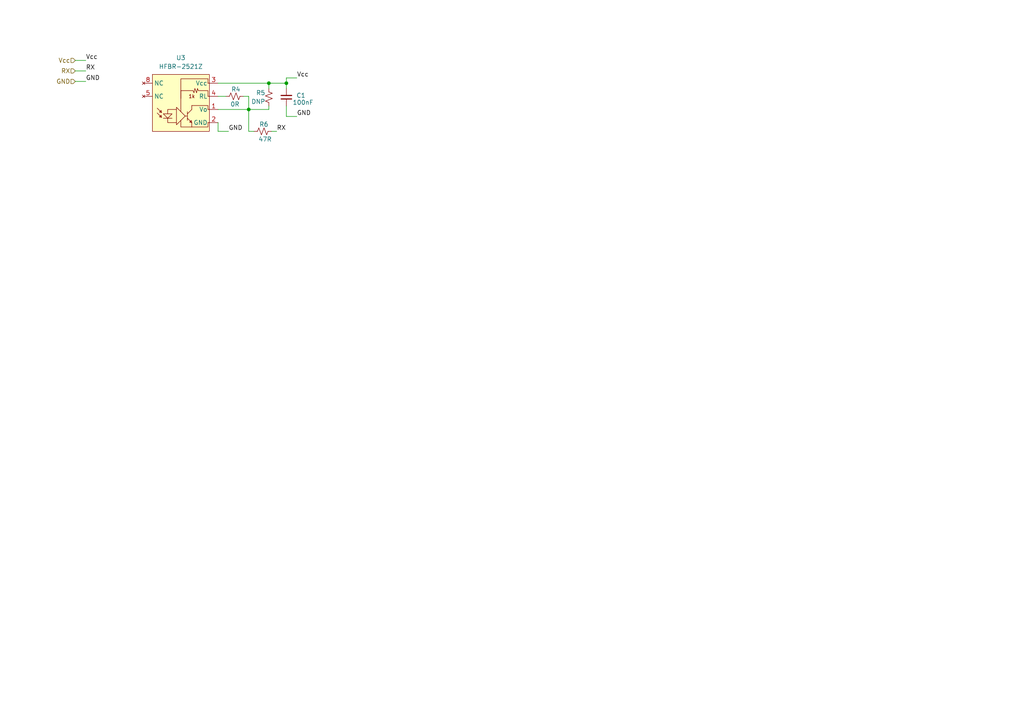
<source format=kicad_sch>
(kicad_sch (version 20211123) (generator eeschema)
  (paper "A4")
  (lib_symbols
    (symbol "CL_Fiber_Optic:HFBR-2521Z"
      (property "Reference" "U" (at -10.16 -10.16 0))
      (property "Value" "HFBR-2521Z" (at -5.08 8.89 0))
      (symbol "HFBR-2521Z_0_0"
        (rectangle (start -11.43 7.62) (end 5.08 -8.89) (fill (type background)))
        (polyline (pts (xy 0 -2.54) (xy 0 -1.397)))
        (polyline (pts (xy 4.699 -6.35) (xy 5.08 -6.35)))
        (polyline (pts (xy 4.699 -2.54) (xy 5.08 -2.54)))
        (polyline (pts (xy 4.699 1.27) (xy 5.08 1.27)))
        (polyline (pts (xy 4.699 5.08) (xy 4.699 6.35)))
        (polyline (pts (xy 4.699 5.08) (xy 5.08 5.08)))
        (text "1k" (at 0 1.27 0) (effects (font (size 1 1))))
      )
      (symbol "HFBR-2521Z_0_1"
        (polyline (pts (xy -10.033 -3.556) (xy -8.763 -4.826)))
        (polyline (pts (xy -10.033 -2.159) (xy -8.763 -3.429)))
        (polyline (pts (xy -8.255 -5.08) (xy -5.715 -5.08)))
        (polyline (pts (xy -1.27 -5.08) (xy 0 -6.35)))
        (polyline (pts (xy -1.27 -3.81) (xy 0 -2.54)))
        (polyline (pts (xy -6.985 -5.08) (xy -6.985 -6.35) (xy -4.445 -6.35)))
        (polyline (pts (xy -6.985 -3.81) (xy -6.985 -2.54) (xy -4.445 -2.54)))
        (polyline (pts (xy 4.699 -6.35) (xy 4.699 -7.62) (xy 0 -7.62)))
        (polyline (pts (xy 4.699 -2.54) (xy 4.699 -1.397) (xy 0 -1.397)))
        (polyline (pts (xy -8.763 -4.826) (xy -8.89 -4.191) (xy -9.398 -4.699) (xy -8.763 -4.826)))
        (polyline (pts (xy -8.763 -3.429) (xy -8.89 -2.794) (xy -9.398 -3.302) (xy -8.763 -3.429)))
        (polyline (pts (xy -8.255 -3.81) (xy -5.715 -3.81) (xy -6.985 -5.08) (xy -8.255 -3.81)))
        (polyline (pts (xy -4.445 -1.905) (xy -4.445 -6.985) (xy -1.905 -4.445) (xy -4.445 -1.905)))
        (polyline (pts (xy -3.175 -5.715) (xy -3.175 -7.62) (xy 0 -7.62) (xy 0 -6.35)))
        (polyline (pts (xy -3.175 0.635) (xy -3.175 6.35) (xy 4.699 6.35) (xy 4.699 6.35)))
        (polyline (pts (xy -1.905 -4.445) (xy -1.27 -4.445) (xy -1.27 -3.175) (xy -1.27 -5.715)))
        (polyline (pts (xy 0 -6.35) (xy -0.127 -5.715) (xy -0.635 -6.223) (xy 0 -6.35)))
        (polyline (pts (xy 4.699 1.27) (xy 4.699 2.921) (xy 1.905 2.921) (xy 1.651 3.556) (xy 1.397 2.286) (xy 0.889 3.556) (xy 0.635 2.286) (xy 0.381 2.921) (xy -3.175 2.921) (xy -3.175 2.921) (xy -3.175 -3.175)))
      )
      (symbol "HFBR-2521Z_1_1"
        (pin output line (at 7.62 -2.54 180) (length 2.54) (name "Vo") (number "1"))
        (pin power_in line (at 7.62 -6.35 180) (length 2.54) (name "GND") (number "2"))
        (pin power_in line (at 7.62 5.08 180) (length 2.54) (name "Vcc") (number "3"))
        (pin input line (at 7.62 1.27 180) (length 2.54) (name "RL") (number "4"))
        (pin no_connect line (at -13.97 1.27 0) (length 2.54) (name "NC") (number "5"))
        (pin no_connect line (at -13.97 5.08 0) (length 2.54) (name "NC") (number "8"))
      )
    )
    (symbol "Device:C_Small" (pin_numbers hide) (pin_names (offset 0.254) hide)
      (property "Reference" "C" (at 0.254 1.778 0))
      (property "Value" "C_Small" (at 0.254 -2.032 0))
      (symbol "C_Small_0_1"
        (polyline (pts (xy -1.524 -0.508) (xy 1.524 -0.508)) (stroke (width 0.3302)))
        (polyline (pts (xy -1.524 0.508) (xy 1.524 0.508)) (stroke (width 0.3048)))
      )
      (symbol "C_Small_1_1"
        (pin passive line (at 0 2.54 270) (length 2.032) (name "~") (number "1"))
        (pin passive line (at 0 -2.54 90) (length 2.032) (name "~") (number "2"))
      )
    )
    (symbol "Device:R_Small_US" (pin_numbers hide) (pin_names (offset 0.254) hide)
      (property "Reference" "R" (at 0.762 0.508 0))
      (property "Value" "R_Small_US" (at 0.762 -1.016 0))
      (symbol "R_Small_US_1_1"
        (polyline (pts (xy 0 0) (xy 1.016 -0.381) (xy 0 -0.762) (xy -1.016 -1.143) (xy 0 -1.524)))
        (polyline (pts (xy 0 1.524) (xy 1.016 1.143) (xy 0 0.762) (xy -1.016 0.381) (xy 0 0)))
        (pin passive line (at 0 2.54 270) (length 1.016) (name "~") (number "1"))
        (pin passive line (at 0 -2.54 90) (length 1.016) (name "~") (number "2"))
      )
    )
  )
  (junction (at 72.136 31.75))
  (junction (at 83.058 24.13))
  (junction (at 77.978 24.13))
  (wire (pts (xy 86.106 22.606) (xy 83.058 22.606)))
  (wire (pts (xy 72.136 27.94) (xy 72.136 31.75)))
  (wire (pts (xy 72.136 31.75) (xy 72.136 38.1)))
  (wire (pts (xy 83.058 24.13) (xy 83.058 25.654)))
  (wire (pts (xy 63.246 38.1) (xy 66.294 38.1)))
  (wire (pts (xy 63.246 24.13) (xy 77.978 24.13)))
  (wire (pts (xy 70.612 27.94) (xy 72.136 27.94)))
  (wire (pts (xy 72.136 31.75) (xy 77.978 31.75)))
  (wire (pts (xy 83.058 30.734) (xy 83.058 33.782)))
  (wire (pts (xy 63.246 27.94) (xy 65.532 27.94)))
  (wire (pts (xy 77.978 31.75) (xy 77.978 30.734)))
  (wire (pts (xy 72.136 38.1) (xy 73.66 38.1)))
  (wire (pts (xy 77.978 24.13) (xy 83.058 24.13)))
  (wire (pts (xy 78.74 38.1) (xy 80.264 38.1)))
  (wire (pts (xy 21.844 20.574) (xy 24.892 20.574)))
  (wire (pts (xy 21.844 17.526) (xy 24.892 17.526)))
  (wire (pts (xy 63.246 31.75) (xy 72.136 31.75)))
  (wire (pts (xy 21.844 23.622) (xy 24.892 23.622)))
  (wire (pts (xy 83.058 22.606) (xy 83.058 24.13)))
  (wire (pts (xy 63.246 35.56) (xy 63.246 38.1)))
  (wire (pts (xy 77.978 24.13) (xy 77.978 25.654)))
  (wire (pts (xy 86.106 33.782) (xy 83.058 33.782)))
  (label "GND" (at 66.294 38.1 0))
  (label "Vcc" (at 86.106 22.606 0))
  (label "GND" (at 24.892 23.622 0))
  (label "Vcc" (at 24.892 17.526 0))
  (label "RX" (at 24.892 20.574 0))
  (label "RX" (at 80.264 38.1 0))
  (label "GND" (at 86.106 33.782 0))
  (hierarchical_label "RX" (shape input) (at 21.844 20.574 180))
  (hierarchical_label "Vcc" (shape input) (at 21.844 17.526 180))
  (hierarchical_label "GND" (shape input) (at 21.844 23.622 180))
  (symbol (lib_id "Device:R_Small_US") (at 68.072 27.94 270) (unit 1)
    (property "Reference" "R4" (at 67.056 25.908 90) (effects (justify left)))
    (property "Value" "0R" (at 66.802 30.226 90) (effects (justify left)))
    (property "Footprint" "Resistor_SMD:R_0805_2012Metric_Pad1.20x1.40mm_HandSolder" (effects hide))
  )
  (symbol (lib_id "CL_Fiber_Optic:HFBR-2521Z") (at 55.626 29.21 0) (unit 1)
    (property "Reference" "U3" (at 52.451 16.764 0))
    (property "Value" "HFBR-2521Z" (at 52.451 19.304 0))
    (property "Footprint" "CL_Fiber_Optic:HFBR-2521Z" (effects hide))
    (property "Datasheet" "https://docs.broadcom.com/doc/AV02-1501EN" (effects hide))
  )
  (symbol (lib_id "Device:R_Small_US") (at 76.2 38.1 270) (unit 1)
    (property "Reference" "R6" (at 75.184 36.068 90) (effects (justify left)))
    (property "Value" "47R" (at 74.93 40.386 90) (effects (justify left)))
    (property "Footprint" "Resistor_SMD:R_0805_2012Metric_Pad1.20x1.40mm_HandSolder" (effects hide))
  )
  (symbol (lib_id "Device:C_Small") (at 83.058 28.194 0) (mirror x) (unit 1)
    (property "Reference" "C1" (at 88.646 27.686 0) (effects (justify right)))
    (property "Value" "100nF" (at 90.932 29.718 0) (effects (justify right)))
    (property "Footprint" "Capacitor_SMD:C_0805_2012Metric_Pad1.18x1.45mm_HandSolder" (effects hide))
  )
  (symbol (lib_id "Device:R_Small_US") (at 77.978 28.194 180) (unit 1)
    (property "Reference" "R5" (at 76.962 26.924 0) (effects (justify left)))
    (property "Value" "DNP" (at 76.962 29.464 0) (effects (justify left)))
    (property "Footprint" "Resistor_SMD:R_0805_2012Metric_Pad1.20x1.40mm_HandSolder" (effects hide))
  )
)
</source>
